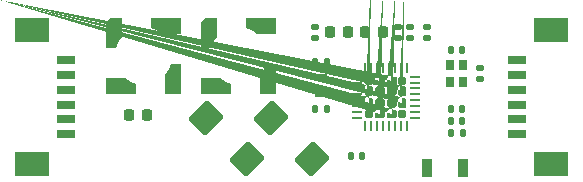
<source format=gtp>
%TF.GenerationSoftware,KiCad,Pcbnew,7.0.2*%
%TF.CreationDate,2024-01-22T16:16:06-06:00*%
%TF.ProjectId,imu-harvester,696d752d-6861-4727-9665-737465722e6b,rev?*%
%TF.SameCoordinates,Original*%
%TF.FileFunction,Paste,Top*%
%TF.FilePolarity,Positive*%
%FSLAX46Y46*%
G04 Gerber Fmt 4.6, Leading zero omitted, Abs format (unit mm)*
G04 Created by KiCad (PCBNEW 7.0.2) date 2024-01-22 16:16:06*
%MOMM*%
%LPD*%
G01*
G04 APERTURE LIST*
G04 Aperture macros list*
%AMRoundRect*
0 Rectangle with rounded corners*
0 $1 Rounding radius*
0 $2 $3 $4 $5 $6 $7 $8 $9 X,Y pos of 4 corners*
0 Add a 4 corners polygon primitive as box body*
4,1,4,$2,$3,$4,$5,$6,$7,$8,$9,$2,$3,0*
0 Add four circle primitives for the rounded corners*
1,1,$1+$1,$2,$3*
1,1,$1+$1,$4,$5*
1,1,$1+$1,$6,$7*
1,1,$1+$1,$8,$9*
0 Add four rect primitives between the rounded corners*
20,1,$1+$1,$2,$3,$4,$5,0*
20,1,$1+$1,$4,$5,$6,$7,0*
20,1,$1+$1,$6,$7,$8,$9,0*
20,1,$1+$1,$8,$9,$2,$3,0*%
%AMFreePoly0*
4,1,26,0.699997,0.700000,0.700000,0.700000,0.700000,-0.700000,0.699997,-0.700000,0.699997,-0.911152,0.653973,-0.964913,0.609621,-1.019924,0.566962,-1.076143,0.526018,-1.133531,0.486810,-1.192047,0.449359,-1.251651,0.413686,-1.312301,0.379814,-1.373958,0.347763,-1.436582,0.317555,-1.500131,0.289212,-1.564566,0.262754,-1.629846,0.238203,-1.695931,0.215581,-1.762780,0.194908,-1.830353,
0.176207,-1.898609,-0.700006,-1.898365,-0.700006,0.300579,-0.300009,0.700115,0.699997,0.700115,0.699997,0.700000,0.699997,0.700000,$1*%
%AMFreePoly1*
4,1,25,0.699200,0.700000,0.700000,0.700000,0.700000,-0.700000,-0.700000,-0.700000,-0.700000,0.700000,-0.699576,0.700000,-0.699512,0.912553,-0.653489,0.966317,-0.609138,1.021329,-0.566481,1.077549,-0.525540,1.134937,-0.486338,1.193452,-0.448896,1.253055,-0.413237,1.313705,-0.379383,1.375360,-0.347355,1.437982,-0.317176,1.501530,-0.288869,1.565964,-0.262454,1.631242,-0.237954,1.697326,
-0.215391,1.764174,-0.194788,1.831746,-0.176166,1.900002,0.699200,1.900002,0.699200,0.700000,0.699200,0.700000,$1*%
%AMFreePoly2*
4,1,23,0.967663,0.653979,1.022682,0.609627,1.078909,0.566968,1.136302,0.526024,1.194822,0.486816,1.254428,0.449364,1.315081,0.413692,1.376740,0.379820,1.439365,0.347769,1.502915,0.317561,1.567351,0.289218,1.632633,0.262760,1.698720,0.238209,1.765572,0.215587,1.833148,0.194914,1.901409,0.176213,1.901409,-0.700000,-0.700000,-0.700000,-0.700000,0.700000,-0.697498,0.700000,
-0.697498,0.700003,0.913891,0.700003,0.967663,0.653979,0.967663,0.653979,$1*%
%AMFreePoly3*
4,1,25,0.702160,-0.912547,0.656137,-0.966310,0.611787,-1.021322,0.569130,-1.077542,0.528190,-1.134930,0.488988,-1.193445,0.451546,-1.253047,0.415885,-1.313697,0.382027,-1.375353,0.349994,-1.437975,0.319808,-1.501523,0.291490,-1.565956,0.265063,-1.631235,0.240548,-1.697319,0.217966,-1.764167,0.197341,-1.831740,0.178692,-1.899996,-0.696735,-1.899996,-0.696735,-0.700000,-0.700000,-0.700000,
-0.700000,0.700000,-0.696735,0.700000,-0.696735,0.700006,0.702526,0.700006,0.702160,-0.912547,0.702160,-0.912547,$1*%
%AMFreePoly4*
4,1,48,0.243846,0.320419,0.247801,0.321117,0.251278,0.319109,0.263019,0.317039,0.281006,0.301945,0.301344,0.290204,0.304133,0.282540,0.310381,0.277298,0.314458,0.254171,0.322490,0.232106,0.322490,-0.157228,0.321515,-0.162753,0.322146,-0.165106,0.320465,-0.168710,0.317039,-0.188141,0.304356,-0.203256,0.296017,-0.221139,0.221139,-0.296017,0.216543,-0.299234,0.215326,-0.301344,
0.211587,-0.302704,0.195426,-0.314021,0.175771,-0.315740,0.157228,-0.322490,-0.232106,-0.322490,-0.243846,-0.320419,-0.247801,-0.321117,-0.251278,-0.319109,-0.263019,-0.317039,-0.281006,-0.301945,-0.301344,-0.290204,-0.304133,-0.282540,-0.310381,-0.277298,-0.314458,-0.254171,-0.322490,-0.232106,-0.322490,0.232106,-0.320419,0.243846,-0.321117,0.247801,-0.319109,0.251278,-0.317039,0.263019,
-0.301945,0.281006,-0.290204,0.301344,-0.282540,0.304133,-0.277298,0.310381,-0.254171,0.314458,-0.232106,0.322490,0.232106,0.322490,0.243846,0.320419,0.243846,0.320419,$1*%
%AMFreePoly5*
4,1,51,0.186967,0.402286,0.188965,0.402822,0.192026,0.401394,0.208508,0.398488,0.221329,0.387729,0.236504,0.380653,0.300030,0.317127,0.302759,0.313228,0.304550,0.312195,0.305704,0.309022,0.315305,0.295312,0.316763,0.278637,0.322490,0.262904,0.322490,-0.262904,0.321663,-0.267592,0.322198,-0.269588,0.320772,-0.272645,0.317865,-0.289131,0.307105,-0.301953,0.300030,-0.317127,
0.236504,-0.380653,0.232605,-0.383382,0.231572,-0.385173,0.228399,-0.386327,0.214688,-0.395928,0.198014,-0.397386,0.182281,-0.403113,-0.245807,-0.403113,-0.255768,-0.401356,-0.259123,-0.401948,-0.262073,-0.400244,-0.272034,-0.398488,-0.287292,-0.385684,-0.304550,-0.375721,-0.306917,-0.369217,-0.312216,-0.364771,-0.315675,-0.345154,-0.322490,-0.326430,-0.322490,0.326430,-0.320733,0.336391,
-0.321325,0.339746,-0.319621,0.342696,-0.317865,0.352657,-0.305061,0.367915,-0.295098,0.385173,-0.288594,0.387540,-0.284148,0.392839,-0.264531,0.396298,-0.245807,0.403113,0.182281,0.403113,0.186967,0.402286,0.186967,0.402286,$1*%
%AMFreePoly6*
4,1,48,0.162752,0.321515,0.165105,0.322146,0.168708,0.320465,0.188141,0.317039,0.203256,0.304355,0.221139,0.296017,0.296017,0.221139,0.299234,0.216543,0.301344,0.215326,0.302704,0.211587,0.314021,0.195426,0.315740,0.175771,0.322490,0.157228,0.322490,-0.232106,0.320419,-0.243846,0.321117,-0.247801,0.319109,-0.251278,0.317039,-0.263019,0.301945,-0.281006,0.290204,-0.301344,
0.282540,-0.304133,0.277298,-0.310381,0.254171,-0.314458,0.232106,-0.322490,-0.232106,-0.322490,-0.243846,-0.320419,-0.247801,-0.321117,-0.251278,-0.319109,-0.263019,-0.317039,-0.281006,-0.301945,-0.301344,-0.290204,-0.304133,-0.282540,-0.310381,-0.277298,-0.314458,-0.254171,-0.322490,-0.232106,-0.322490,0.232106,-0.320419,0.243846,-0.321117,0.247801,-0.319109,0.251278,-0.317039,0.263019,
-0.301945,0.281006,-0.290204,0.301344,-0.282540,0.304133,-0.277298,0.310381,-0.254171,0.314458,-0.232106,0.322490,0.157228,0.322490,0.162752,0.321515,0.162752,0.321515,$1*%
%AMFreePoly7*
4,1,51,0.336391,0.320733,0.339746,0.321325,0.342696,0.319621,0.352657,0.317865,0.367915,0.305061,0.385173,0.295098,0.387540,0.288594,0.392839,0.284148,0.396298,0.264531,0.403113,0.245807,0.403113,-0.182281,0.402286,-0.186969,0.402821,-0.188965,0.401395,-0.192022,0.398488,-0.208508,0.387728,-0.221330,0.380653,-0.236504,0.317127,-0.300030,0.313228,-0.302759,0.312195,-0.304550,
0.309022,-0.305704,0.295311,-0.315305,0.278637,-0.316763,0.262904,-0.322490,-0.262904,-0.322490,-0.267592,-0.321663,-0.269588,-0.322198,-0.272645,-0.320772,-0.289131,-0.317865,-0.301953,-0.307105,-0.317127,-0.300030,-0.380653,-0.236504,-0.383382,-0.232605,-0.385173,-0.231572,-0.386327,-0.228399,-0.395928,-0.214688,-0.397386,-0.198014,-0.403113,-0.182281,-0.403113,0.245807,-0.401356,0.255768,
-0.401948,0.259123,-0.400244,0.262073,-0.398488,0.272034,-0.385684,0.287292,-0.375721,0.304550,-0.369217,0.306917,-0.364771,0.312216,-0.345154,0.315675,-0.326430,0.322490,0.326430,0.322490,0.336391,0.320733,0.336391,0.320733,$1*%
%AMFreePoly8*
4,1,51,0.267590,0.321663,0.269588,0.322199,0.272649,0.320771,0.289131,0.317865,0.301952,0.307106,0.317127,0.300030,0.380653,0.236504,0.383382,0.232605,0.385173,0.231572,0.386327,0.228399,0.395928,0.214689,0.397386,0.198014,0.403113,0.182281,0.403113,-0.245807,0.401356,-0.255768,0.401948,-0.259123,0.400244,-0.262073,0.398488,-0.272034,0.385684,-0.287292,0.375721,-0.304550,
0.369217,-0.306917,0.364771,-0.312216,0.345154,-0.315675,0.326430,-0.322490,-0.326430,-0.322490,-0.336391,-0.320733,-0.339746,-0.321325,-0.342696,-0.319621,-0.352657,-0.317865,-0.367915,-0.305061,-0.385173,-0.295098,-0.387540,-0.288594,-0.392839,-0.284148,-0.396298,-0.264531,-0.403113,-0.245807,-0.403113,0.182281,-0.402286,0.186967,-0.402822,0.188965,-0.401394,0.192026,-0.398488,0.208508,
-0.387729,0.221329,-0.380653,0.236504,-0.317127,0.300030,-0.313228,0.302759,-0.312195,0.304550,-0.309022,0.305704,-0.295312,0.315305,-0.278637,0.316763,-0.262904,0.322490,0.262904,0.322490,0.267590,0.321663,0.267590,0.321663,$1*%
%AMFreePoly9*
4,1,48,0.243846,0.320419,0.247801,0.321117,0.251278,0.319109,0.263019,0.317039,0.281006,0.301945,0.301344,0.290204,0.304133,0.282540,0.310381,0.277298,0.314458,0.254171,0.322490,0.232106,0.322490,-0.232106,0.320419,-0.243846,0.321117,-0.247801,0.319109,-0.251278,0.317039,-0.263019,0.301945,-0.281006,0.290204,-0.301344,0.282540,-0.304133,0.277298,-0.310381,0.254171,-0.314458,
0.232106,-0.322490,-0.157228,-0.322490,-0.162753,-0.321515,-0.165106,-0.322146,-0.168710,-0.320465,-0.188141,-0.317039,-0.203256,-0.304356,-0.221139,-0.296017,-0.296017,-0.221139,-0.299234,-0.216543,-0.301344,-0.215326,-0.302704,-0.211587,-0.314021,-0.195426,-0.315740,-0.175771,-0.322490,-0.157228,-0.322490,0.232106,-0.320419,0.243846,-0.321117,0.247801,-0.319109,0.251278,-0.317039,0.263019,
-0.301945,0.281006,-0.290204,0.301344,-0.282540,0.304133,-0.277298,0.310381,-0.254171,0.314458,-0.232106,0.322490,0.232106,0.322490,0.243846,0.320419,0.243846,0.320419,$1*%
%AMFreePoly10*
4,1,51,0.255768,0.401356,0.259123,0.401948,0.262073,0.400244,0.272034,0.398488,0.287292,0.385684,0.304550,0.375721,0.306917,0.369217,0.312216,0.364771,0.315675,0.345154,0.322490,0.326430,0.322490,-0.326430,0.320733,-0.336391,0.321325,-0.339746,0.319621,-0.342696,0.317865,-0.352657,0.305061,-0.367915,0.295098,-0.385173,0.288594,-0.387540,0.284148,-0.392839,0.264531,-0.396298,
0.245807,-0.403113,-0.182281,-0.403113,-0.186969,-0.402286,-0.188965,-0.402821,-0.192022,-0.401395,-0.208508,-0.398488,-0.221330,-0.387728,-0.236504,-0.380653,-0.300030,-0.317127,-0.302759,-0.313228,-0.304550,-0.312195,-0.305704,-0.309022,-0.315305,-0.295311,-0.316763,-0.278637,-0.322490,-0.262904,-0.322490,0.262904,-0.321663,0.267590,-0.322199,0.269588,-0.320771,0.272649,-0.317865,0.289131,
-0.307106,0.301952,-0.300030,0.317127,-0.236504,0.380653,-0.232605,0.383382,-0.231572,0.385173,-0.228399,0.386327,-0.214689,0.395928,-0.198014,0.397386,-0.182281,0.403113,0.245807,0.403113,0.255768,0.401356,0.255768,0.401356,$1*%
%AMFreePoly11*
4,1,48,0.243846,0.320419,0.247801,0.321117,0.251278,0.319109,0.263019,0.317039,0.281006,0.301945,0.301344,0.290204,0.304133,0.282540,0.310381,0.277298,0.314458,0.254171,0.322490,0.232106,0.322490,-0.232106,0.320419,-0.243846,0.321117,-0.247801,0.319109,-0.251278,0.317039,-0.263019,0.301945,-0.281006,0.290204,-0.301344,0.282540,-0.304133,0.277298,-0.310381,0.254171,-0.314458,
0.232106,-0.322490,-0.232106,-0.322490,-0.243846,-0.320419,-0.247801,-0.321117,-0.251278,-0.319109,-0.263019,-0.317039,-0.281006,-0.301945,-0.301344,-0.290204,-0.304133,-0.282540,-0.310381,-0.277298,-0.314458,-0.254171,-0.322490,-0.232106,-0.322490,0.157228,-0.321515,0.162752,-0.322146,0.165105,-0.320465,0.168708,-0.317039,0.188141,-0.304355,0.203256,-0.296017,0.221139,-0.221139,0.296017,
-0.216543,0.299234,-0.215326,0.301344,-0.211587,0.302704,-0.195426,0.314021,-0.175771,0.315740,-0.157228,0.322490,0.232106,0.322490,0.243846,0.320419,0.243846,0.320419,$1*%
G04 Aperture macros list end*
%ADD10FreePoly0,0.000000*%
%ADD11FreePoly1,90.000000*%
%ADD12FreePoly2,90.000000*%
%ADD13FreePoly3,90.000000*%
%ADD14RoundRect,0.140000X0.170000X-0.140000X0.170000X0.140000X-0.170000X0.140000X-0.170000X-0.140000X0*%
%ADD15R,1.100000X0.600000*%
%ADD16FreePoly4,0.000000*%
%ADD17FreePoly5,0.000000*%
%ADD18FreePoly6,0.000000*%
%ADD19FreePoly7,0.000000*%
%ADD20RoundRect,0.201557X-0.201556X-0.201556X0.201556X-0.201556X0.201556X0.201556X-0.201556X0.201556X0*%
%ADD21FreePoly8,0.000000*%
%ADD22FreePoly9,0.000000*%
%ADD23FreePoly10,0.000000*%
%ADD24FreePoly11,0.000000*%
%ADD25RoundRect,0.062500X-0.337500X-0.062500X0.337500X-0.062500X0.337500X0.062500X-0.337500X0.062500X0*%
%ADD26RoundRect,0.062500X-0.062500X-0.337500X0.062500X-0.337500X0.062500X0.337500X-0.062500X0.337500X0*%
%ADD27RoundRect,0.140000X0.140000X0.170000X-0.140000X0.170000X-0.140000X-0.170000X0.140000X-0.170000X0*%
%ADD28RoundRect,0.250000X-1.210920X-0.097227X-0.097227X-1.210920X1.210920X0.097227X0.097227X1.210920X0*%
%ADD29RoundRect,0.147500X-0.172500X0.147500X-0.172500X-0.147500X0.172500X-0.147500X0.172500X0.147500X0*%
%ADD30RoundRect,0.218750X-0.218750X-0.256250X0.218750X-0.256250X0.218750X0.256250X-0.218750X0.256250X0*%
%ADD31RoundRect,0.225000X0.225000X0.250000X-0.225000X0.250000X-0.225000X-0.250000X0.225000X-0.250000X0*%
%ADD32R,1.600000X0.800000*%
%ADD33R,3.000000X2.100000*%
%ADD34RoundRect,0.140000X-0.170000X0.140000X-0.170000X-0.140000X0.170000X-0.140000X0.170000X0.140000X0*%
%ADD35RoundRect,0.147500X-0.147500X-0.172500X0.147500X-0.172500X0.147500X0.172500X-0.147500X0.172500X0*%
%ADD36RoundRect,0.140000X-0.140000X-0.170000X0.140000X-0.170000X0.140000X0.170000X-0.140000X0.170000X0*%
%ADD37R,0.800000X0.900000*%
%ADD38R,0.863600X1.600200*%
G04 APERTURE END LIST*
D10*
X186000000Y-49000000D03*
D11*
X191000000Y-49000000D03*
D12*
X191000000Y-54000000D03*
D13*
X186000000Y-54000000D03*
D14*
X211000000Y-49980000D03*
X211000000Y-49020000D03*
D15*
X203500000Y-54700000D03*
X203500000Y-53300000D03*
D16*
X207600000Y-53600000D03*
D17*
X207600000Y-54500000D03*
X207600000Y-55500000D03*
D18*
X207600000Y-56400000D03*
D19*
X208500000Y-53600000D03*
D20*
X208500000Y-54500000D03*
X208500000Y-55500000D03*
D21*
X208500000Y-56400000D03*
D19*
X209500000Y-53600000D03*
D20*
X209500000Y-54500000D03*
X209500000Y-55500000D03*
D21*
X209500000Y-56400000D03*
D22*
X210400000Y-53600000D03*
D23*
X210400000Y-54500000D03*
X210400000Y-55500000D03*
D24*
X210400000Y-56400000D03*
D25*
X206550000Y-53250000D03*
X206550000Y-53750000D03*
X206550000Y-54250000D03*
X206550000Y-54750000D03*
X206550000Y-55250000D03*
X206550000Y-55750000D03*
X206550000Y-56250000D03*
X206550000Y-56750000D03*
D26*
X207250000Y-57450000D03*
X207750000Y-57450000D03*
X208250000Y-57450000D03*
X208750000Y-57450000D03*
X209250000Y-57450000D03*
X209750000Y-57450000D03*
X210250000Y-57450000D03*
X210750000Y-57450000D03*
D25*
X211450000Y-56750000D03*
X211450000Y-56250000D03*
X211450000Y-55750000D03*
X211450000Y-55250000D03*
X211450000Y-54750000D03*
X211450000Y-54250000D03*
X211450000Y-53750000D03*
X211450000Y-53250000D03*
D26*
X210750000Y-52550000D03*
X210250000Y-52550000D03*
X209750000Y-52550000D03*
X209250000Y-52550000D03*
X208750000Y-52550000D03*
X208250000Y-52550000D03*
X207750000Y-52550000D03*
X207250000Y-52550000D03*
D27*
X215480000Y-51000000D03*
X214520000Y-51000000D03*
D28*
X193758750Y-56758750D03*
X197241250Y-60241250D03*
D29*
X210000000Y-49015000D03*
X210000000Y-49985000D03*
D27*
X203980000Y-56000000D03*
X203020000Y-56000000D03*
D14*
X203000000Y-49980000D03*
X203000000Y-49020000D03*
D30*
X207212500Y-49500000D03*
X208787500Y-49500000D03*
D31*
X205775000Y-49500000D03*
X204225000Y-49500000D03*
D10*
X194000000Y-49000000D03*
D11*
X199000000Y-49000000D03*
D12*
X199000000Y-54000000D03*
D13*
X194000000Y-54000000D03*
D27*
X206980000Y-60000000D03*
X206020000Y-60000000D03*
D28*
X199258750Y-56758750D03*
X202741250Y-60241250D03*
D30*
X187212500Y-56500000D03*
X188787500Y-56500000D03*
D32*
X181900000Y-51875000D03*
X181900000Y-53125000D03*
X181900000Y-54375000D03*
X181900000Y-55625000D03*
X181900000Y-56875000D03*
X181900000Y-58125000D03*
D33*
X179000000Y-49325000D03*
X179000000Y-60675000D03*
D27*
X203980000Y-52000000D03*
X203020000Y-52000000D03*
D34*
X217000000Y-52520000D03*
X217000000Y-53480000D03*
D35*
X214515000Y-58000000D03*
X215485000Y-58000000D03*
D32*
X220100000Y-58125000D03*
X220100000Y-56875000D03*
X220100000Y-55625000D03*
X220100000Y-54375000D03*
X220100000Y-53125000D03*
X220100000Y-51875000D03*
D33*
X223000000Y-60675000D03*
X223000000Y-49325000D03*
D14*
X212500000Y-49980000D03*
X212500000Y-49020000D03*
D36*
X214520000Y-56000000D03*
X215480000Y-56000000D03*
X214520000Y-57000000D03*
X215480000Y-57000000D03*
D37*
X214450000Y-52300000D03*
X214450000Y-53700000D03*
X215550000Y-53700000D03*
X215550000Y-52300000D03*
D38*
X215523801Y-61000000D03*
X212476199Y-61000000D03*
M02*

</source>
